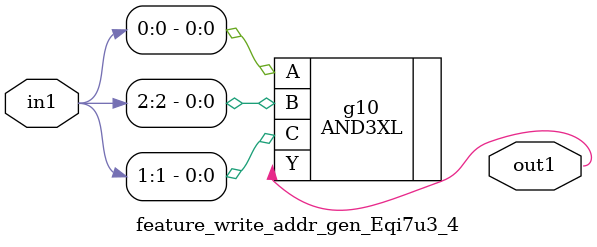
<source format=v>
`timescale 1ps / 1ps


module feature_write_addr_gen_Eqi7u3_4(in1, out1);
  input [2:0] in1;
  output out1;
  wire [2:0] in1;
  wire out1;
  AND3XL g10(.A (in1[0]), .B (in1[2]), .C (in1[1]), .Y (out1));
endmodule


</source>
